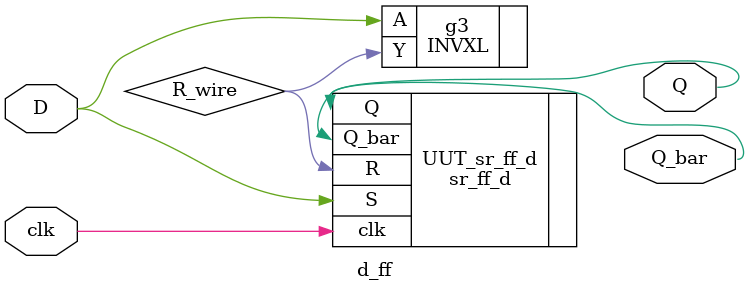
<source format=v>


// Verification Directory fv/d_ff 

module d_ff(D, clk, Q, Q_bar);
  input D, clk;
  output Q, Q_bar;
  wire D, clk;
  wire Q, Q_bar;
  wire R_wire;
  sr_ff_d UUT_sr_ff_d(.S (D), .R (R_wire), .clk (clk), .Q (Q), .Q_bar
       (Q_bar));
  INVXL g3(.A (D), .Y (R_wire));
endmodule


</source>
